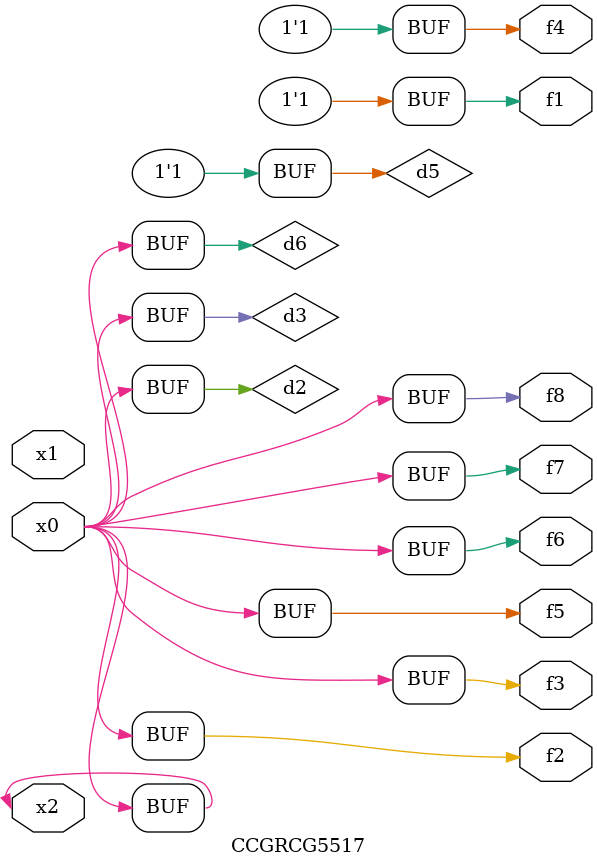
<source format=v>
module CCGRCG5517(
	input x0, x1, x2,
	output f1, f2, f3, f4, f5, f6, f7, f8
);

	wire d1, d2, d3, d4, d5, d6;

	xnor (d1, x2);
	buf (d2, x0, x2);
	and (d3, x0);
	xnor (d4, x1, x2);
	nand (d5, d1, d3);
	buf (d6, d2, d3);
	assign f1 = d5;
	assign f2 = d6;
	assign f3 = d6;
	assign f4 = d5;
	assign f5 = d6;
	assign f6 = d6;
	assign f7 = d6;
	assign f8 = d6;
endmodule

</source>
